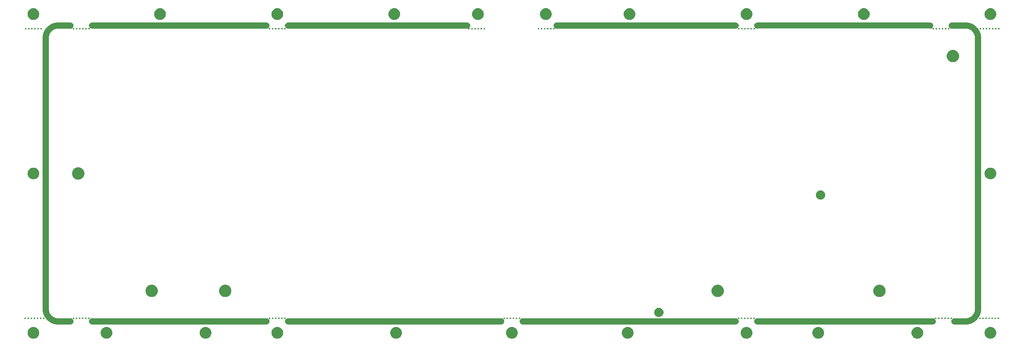
<source format=gbr>
%FSTAX23Y23*%
%MOIN*%
%SFA1B1*%

%IPPOS*%
%LNquadcube_65_pcb_npth_drill-1*%
%LPD*%
G36*
X16466Y05354D02*
X16387D01*
Y08819*
X16466*
Y05354*
G37*
G36*
X04576D02*
X04498D01*
Y08819*
X04576*
Y05354*
G37*
G36*
X16125Y05157D02*
X16269D01*
Y05236*
X16125*
Y05157*
G37*
G36*
X16092Y08937D02*
X16269D01*
Y09016*
X16092*
Y08937*
G37*
G36*
X13612Y05157D02*
X1585D01*
Y05236*
X13612*
Y05157*
G37*
G36*
X1062D02*
X13336D01*
Y05236*
X1062*
Y05157*
G37*
G36*
X07627D02*
X10344D01*
Y05236*
X07627*
Y05157*
G37*
G36*
X05127D02*
X07352D01*
Y05236*
X05127*
Y05157*
G37*
G36*
X04694D02*
X04852D01*
Y05236*
X04694*
Y05157*
G37*
G36*
X15816Y08938D02*
Y09017D01*
X13609*
Y08938*
X15816*
G37*
G36*
X13336Y08937D02*
Y09016D01*
X11053*
Y08937*
X13336*
G37*
G36*
X09911D02*
Y09016D01*
X07627*
Y08937*
X09911*
G37*
G36*
X04694Y08937D02*
X04848D01*
Y09016*
X04694*
Y08937*
G37*
G36*
X07352Y08937D02*
Y09016D01*
X05127*
Y08937*
X07352*
G37*
G36*
X12296Y05311D02*
Y05306D01*
X12299Y05294*
X12303Y05283*
X1231Y05274*
X12318Y05266*
X12328Y05259*
X12338Y05255*
X1235Y05252*
X12356*
X12361*
X12373Y05255*
X12383Y05259*
X12393Y05266*
X12401Y05274*
X12408Y05283*
X12412Y05294*
X12415Y05306*
Y05311*
Y05317*
X12412Y05329*
X12408Y05339*
X12401Y05349*
X12393Y05357*
X12383Y05364*
X12373Y05368*
X12361Y05371*
X12356*
X1235*
X12338Y05368*
X12328Y05364*
X12318Y05357*
X1231Y05349*
X12303Y05339*
X12299Y05329*
X12296Y05317*
Y05311*
G37*
G36*
X15091Y05586D02*
Y05579D01*
X15094Y05564*
X151Y05549*
X15108Y05536*
X15119Y05525*
X15132Y05517*
X15146Y05511*
X15162Y05508*
X15169*
X15177*
X15192Y05511*
X15207Y05517*
X15219Y05525*
X1523Y05536*
X15239Y05549*
X15245Y05564*
X15248Y05579*
Y05586*
Y05594*
X15245Y05609*
X15239Y05624*
X1523Y05637*
X15219Y05648*
X15207Y05656*
X15192Y05662*
X15177Y05665*
X15169*
X15162*
X15146Y05662*
X15132Y05656*
X15119Y05648*
X15108Y05637*
X151Y05624*
X15094Y05609*
X15091Y05594*
Y05586*
G37*
G36*
X13028D02*
Y05579D01*
X13031Y05564*
X13037Y05549*
X13046Y05536*
X13057Y05525*
X13069Y05517*
X13084Y05511*
X13099Y05508*
X13107*
X13115*
X1313Y05511*
X13144Y05517*
X13157Y05525*
X13168Y05536*
X13177Y05549*
X13182Y05564*
X13186Y05579*
Y05586*
Y05594*
X13182Y05609*
X13177Y05624*
X13168Y05637*
X13157Y05648*
X13144Y05656*
X1313Y05662*
X13115Y05665*
X13107*
X13099*
X13084Y05662*
X13069Y05656*
X13057Y05648*
X13046Y05637*
X13037Y05624*
X13031Y05609*
X13028Y05594*
Y05586*
G37*
G36*
X06747D02*
Y05579D01*
X0675Y05564*
X06756Y05549*
X06764Y05536*
X06775Y05525*
X06788Y05517*
X06803Y05511*
X06818Y05508*
X06826*
X06833*
X06848Y05511*
X06863Y05517*
X06876Y05525*
X06887Y05536*
X06895Y05549*
X06901Y05564*
X06904Y05579*
Y05586*
Y05594*
X06901Y05609*
X06895Y05624*
X06887Y05637*
X06876Y05648*
X06863Y05656*
X06848Y05662*
X06833Y05665*
X06826*
X06818*
X06803Y05662*
X06788Y05656*
X06775Y05648*
X06764Y05637*
X06756Y05624*
X0675Y05609*
X06747Y05594*
Y05586*
G37*
G36*
X05809D02*
Y05579D01*
X05812Y05564*
X05818Y05549*
X05827Y05536*
X05838Y05525*
X05851Y05517*
X05865Y05511*
X0588Y05508*
X05888*
X05896*
X05911Y05511*
X05925Y05517*
X05938Y05525*
X05949Y05536*
X05958Y05549*
X05964Y05564*
X05967Y05579*
Y05586*
Y05594*
X05964Y05609*
X05958Y05624*
X05949Y05637*
X05938Y05648*
X05925Y05656*
X05911Y05662*
X05896Y05665*
X05888*
X0588*
X05865Y05662*
X05851Y05656*
X05838Y05648*
X05827Y05637*
X05818Y05624*
X05812Y05609*
X05809Y05594*
Y05586*
G37*
G36*
X14359Y06811D02*
Y06806D01*
X14361Y06794*
X14366Y06783*
X14372Y06774*
X1438Y06766*
X1439Y06759*
X14401Y06755*
X14412Y06752*
X14418*
X14424*
X14435Y06755*
X14446Y06759*
X14456Y06766*
X14464Y06774*
X1447Y06783*
X14475Y06794*
X14477Y06806*
Y06811*
Y06817*
X14475Y06829*
X1447Y06839*
X14464Y06849*
X14456Y06857*
X14446Y06864*
X14435Y06868*
X14424Y06871*
X14418*
X14412*
X14401Y06868*
X1439Y06864*
X1438Y06857*
X14372Y06849*
X14366Y06839*
X14361Y06829*
X14359Y06817*
Y06811*
G37*
G36*
X04951Y07008D02*
X04943D01*
X04928Y07011*
X04913Y07017*
X049Y07025*
X04889Y07036*
X04881Y07049*
X04875Y07063*
X04872Y07079*
Y07086*
Y07094*
X04875Y07109*
X04881Y07124*
X04889Y07137*
X049Y07148*
X04913Y07156*
X04928Y07162*
X04943Y07165*
X04951*
X04958*
X04974Y07162*
X04988Y07156*
X05001Y07148*
X05012Y07137*
X0502Y07124*
X05026Y07109*
X05029Y07094*
Y07086*
Y07079*
X05026Y07063*
X0502Y07049*
X05012Y07036*
X05001Y07025*
X04988Y07017*
X04974Y07011*
X04958Y07008*
X04951*
G37*
G36*
X04812Y05197D02*
Y05193D01*
X04814Y05185*
X04817Y05178*
X04821Y05172*
X04827Y05166*
X04833Y05162*
X0484Y05159*
X04848Y05157*
X04852*
X04856*
X04863Y05159*
X04871Y05162*
X04877Y05166*
X04882Y05172*
X04887Y05178*
X0489Y05185*
X04891Y05193*
Y05197*
Y05201*
X0489Y05208*
X04887Y05215*
X04882Y05222*
X04877Y05227*
X04871Y05232*
X04863Y05235*
X04856Y05236*
X04852*
X04848*
X0484Y05235*
X04833Y05232*
X04827Y05227*
X04821Y05222*
X04817Y05215*
X04814Y05208*
X04812Y05201*
Y05197*
G37*
G36*
X05088D02*
Y05193D01*
X0509Y05185*
X05093Y05178*
X05097Y05172*
X05102Y05166*
X05109Y05162*
X05116Y05159*
X05124Y05157*
X05127*
X05131*
X05139Y05159*
X05146Y05162*
X05153Y05166*
X05158Y05172*
X05162Y05178*
X05165Y05185*
X05167Y05193*
Y05197*
Y05201*
X05165Y05208*
X05162Y05215*
X05158Y05222*
X05153Y05227*
X05146Y05232*
X05139Y05235*
X05131Y05236*
X05127*
X05124*
X05116Y05235*
X05109Y05232*
X05102Y05227*
X05097Y05222*
X05093Y05215*
X0509Y05208*
X05088Y05201*
Y05197*
G37*
G36*
X07312D02*
Y05193D01*
X07314Y05185*
X07317Y05178*
X07321Y05172*
X07327Y05166*
X07333Y05162*
X0734Y05159*
X07348Y05157*
X07352*
X07356*
X07363Y05159*
X07371Y05162*
X07377Y05166*
X07382Y05172*
X07387Y05178*
X0739Y05185*
X07391Y05193*
Y05197*
Y05201*
X0739Y05208*
X07387Y05215*
X07382Y05222*
X07377Y05227*
X07371Y05232*
X07363Y05235*
X07356Y05236*
X07352*
X07348*
X0734Y05235*
X07333Y05232*
X07327Y05227*
X07321Y05222*
X07317Y05215*
X07314Y05208*
X07312Y05201*
Y05197*
G37*
G36*
X07588D02*
Y05193D01*
X0759Y05185*
X07593Y05178*
X07597Y05172*
X07602Y05166*
X07609Y05162*
X07616Y05159*
X07624Y05157*
X07627*
X07631*
X07639Y05159*
X07646Y05162*
X07653Y05166*
X07658Y05172*
X07662Y05178*
X07665Y05185*
X07667Y05193*
Y05197*
Y05201*
X07665Y05208*
X07662Y05215*
X07658Y05222*
X07653Y05227*
X07646Y05232*
X07639Y05235*
X07631Y05236*
X07627*
X07624*
X07616Y05235*
X07609Y05232*
X07602Y05227*
X07597Y05222*
X07593Y05215*
X0759Y05208*
X07588Y05201*
Y05197*
G37*
G36*
X10305D02*
Y05193D01*
X10306Y05185*
X10309Y05178*
X10313Y05172*
X10319Y05166*
X10325Y05162*
X10333Y05159*
X1034Y05157*
X10344*
X10348*
X10355Y05159*
X10363Y05162*
X10369Y05166*
X10375Y05172*
X10379Y05178*
X10382Y05185*
X10383Y05193*
Y05197*
Y05201*
X10382Y05208*
X10379Y05215*
X10375Y05222*
X10369Y05227*
X10363Y05232*
X10355Y05235*
X10348Y05236*
X10344*
X1034*
X10333Y05235*
X10325Y05232*
X10319Y05227*
X10313Y05222*
X10309Y05215*
X10306Y05208*
X10305Y05201*
Y05197*
G37*
G36*
X1058D02*
Y05193D01*
X10582Y05185*
X10585Y05178*
X10589Y05172*
X10594Y05166*
X10601Y05162*
X10608Y05159*
X10616Y05157*
X1062*
X10623*
X10631Y05159*
X10638Y05162*
X10645Y05166*
X1065Y05172*
X10654Y05178*
X10657Y05185*
X10659Y05193*
Y05197*
Y05201*
X10657Y05208*
X10654Y05215*
X1065Y05222*
X10645Y05227*
X10638Y05232*
X10631Y05235*
X10623Y05236*
X1062*
X10616*
X10608Y05235*
X10601Y05232*
X10594Y05227*
X10589Y05222*
X10585Y05215*
X10582Y05208*
X1058Y05201*
Y05197*
G37*
G36*
X13297D02*
Y05193D01*
X13298Y05185*
X13301Y05178*
X13306Y05172*
X13311Y05166*
X13317Y05162*
X13325Y05159*
X13332Y05157*
X13336*
X1334*
X13348Y05159*
X13355Y05162*
X13361Y05166*
X13367Y05172*
X13371Y05178*
X13374Y05185*
X13375Y05193*
Y05197*
Y05201*
X13374Y05208*
X13371Y05215*
X13367Y05222*
X13361Y05227*
X13355Y05232*
X13348Y05235*
X1334Y05236*
X13336*
X13332*
X13325Y05235*
X13317Y05232*
X13311Y05227*
X13306Y05222*
X13301Y05215*
X13298Y05208*
X13297Y05201*
Y05197*
G37*
G36*
X13572D02*
Y05193D01*
X13574Y05185*
X13577Y05178*
X13581Y05172*
X13587Y05166*
X13593Y05162*
X136Y05159*
X13608Y05157*
X13612*
X13616*
X13623Y05159*
X1363Y05162*
X13637Y05166*
X13642Y05172*
X13647Y05178*
X1365Y05185*
X13651Y05193*
Y05197*
Y05201*
X1365Y05208*
X13647Y05215*
X13642Y05222*
X13637Y05227*
X1363Y05232*
X13623Y05235*
X13616Y05236*
X13612*
X13608*
X136Y05235*
X13593Y05232*
X13587Y05227*
X13581Y05222*
X13577Y05215*
X13574Y05208*
X13572Y05201*
Y05197*
G37*
G36*
X15811D02*
Y05193D01*
X15812Y05185*
X15815Y05178*
X15819Y05172*
X15825Y05166*
X15831Y05162*
X15838Y05159*
X15846Y05157*
X1585*
X15854*
X15861Y05159*
X15869Y05162*
X15875Y05166*
X1588Y05172*
X15885Y05178*
X15888Y05185*
X15889Y05193*
Y05197*
Y05201*
X15888Y05208*
X15885Y05215*
X1588Y05222*
X15875Y05227*
X15869Y05232*
X15861Y05235*
X15854Y05236*
X1585*
X15846*
X15838Y05235*
X15831Y05232*
X15825Y05227*
X15819Y05222*
X15815Y05215*
X15812Y05208*
X15811Y05201*
Y05197*
G37*
G36*
X16086D02*
Y05193D01*
X16088Y05185*
X16091Y05178*
X16095Y05172*
X161Y05166*
X16107Y05162*
X16114Y05159*
X16122Y05157*
X16125*
X16129*
X16137Y05159*
X16144Y05162*
X16151Y05166*
X16156Y05172*
X1616Y05178*
X16163Y05185*
X16165Y05193*
Y05197*
Y05201*
X16163Y05208*
X1616Y05215*
X16156Y05222*
X16151Y05227*
X16144Y05232*
X16137Y05235*
X16129Y05236*
X16125*
X16122*
X16114Y05235*
X16107Y05232*
X161Y05227*
X16095Y05222*
X16091Y05215*
X16088Y05208*
X16086Y05201*
Y05197*
G37*
G36*
X16053Y08976D02*
Y08972D01*
X16054Y08965*
X16057Y08958*
X16061Y08951*
X16067Y08946*
X16073Y08941*
X16081Y08938*
X16088Y08937*
X16092*
X16096*
X16104Y08938*
X16111Y08941*
X16117Y08946*
X16123Y08951*
X16127Y08958*
X1613Y08965*
X16131Y08972*
Y08976*
Y0898*
X1613Y08988*
X16127Y08995*
X16123Y09001*
X16117Y09007*
X16111Y09011*
X16104Y09014*
X16096Y09016*
X16092*
X16088*
X16081Y09014*
X16073Y09011*
X16067Y09007*
X16061Y09001*
X16057Y08995*
X16054Y08988*
X16053Y0898*
Y08976*
G37*
G36*
X15777D02*
Y08972D01*
X15779Y08965*
X15782Y08958*
X15786Y08951*
X15791Y08946*
X15798Y08941*
X15805Y08938*
X15813Y08937*
X15816*
X1582*
X15828Y08938*
X15835Y08941*
X15842Y08946*
X15847Y08951*
X15851Y08958*
X15854Y08965*
X15856Y08972*
Y08976*
Y0898*
X15854Y08988*
X15851Y08995*
X15847Y09001*
X15842Y09007*
X15835Y09011*
X15828Y09014*
X1582Y09016*
X15816*
X15813*
X15805Y09014*
X15798Y09011*
X15791Y09007*
X15786Y09001*
X15782Y08995*
X15779Y08988*
X15777Y0898*
Y08976*
G37*
G36*
X13572D02*
Y08972D01*
X13574Y08965*
X13577Y08958*
X13581Y08951*
X13587Y08946*
X13593Y08941*
X136Y08938*
X13608Y08937*
X13612*
X13616*
X13623Y08938*
X1363Y08941*
X13637Y08946*
X13642Y08951*
X13647Y08958*
X1365Y08965*
X13651Y08972*
Y08976*
Y0898*
X1365Y08988*
X13647Y08995*
X13642Y09001*
X13637Y09007*
X1363Y09011*
X13623Y09014*
X13616Y09016*
X13612*
X13608*
X136Y09014*
X13593Y09011*
X13587Y09007*
X13581Y09001*
X13577Y08995*
X13574Y08988*
X13572Y0898*
Y08976*
G37*
G36*
X13297Y08976D02*
Y08972D01*
X13298Y08965*
X13301Y08958*
X13306Y08951*
X13311Y08946*
X13317Y08941*
X13325Y08938*
X13332Y08937*
X13336*
X1334*
X13348Y08938*
X13355Y08941*
X13361Y08946*
X13367Y08951*
X13371Y08958*
X13374Y08965*
X13375Y08972*
Y08976*
Y0898*
X13374Y08988*
X13371Y08995*
X13367Y09001*
X13361Y09007*
X13355Y09011*
X13348Y09014*
X1334Y09016*
X13336*
X13332*
X13325Y09014*
X13317Y09011*
X13311Y09007*
X13306Y09001*
X13301Y08995*
X13298Y08988*
X13297Y0898*
Y08976*
G37*
G36*
X11013D02*
Y08972D01*
X11015Y08965*
X11018Y08958*
X11022Y08951*
X11028Y08946*
X11034Y08941*
X11041Y08938*
X11049Y08937*
X11053*
X11057*
X11064Y08938*
X11071Y08941*
X11078Y08946*
X11083Y08951*
X11088Y08958*
X11091Y08965*
X11092Y08972*
Y08976*
Y0898*
X11091Y08988*
X11088Y08995*
X11083Y09001*
X11078Y09007*
X11071Y09011*
X11064Y09014*
X11057Y09016*
X11053*
X11049*
X11041Y09014*
X11034Y09011*
X11028Y09007*
X11022Y09001*
X11018Y08995*
X11015Y08988*
X11013Y0898*
Y08976*
G37*
G36*
X04274Y05227D02*
X04272D01*
X04269Y05228*
X04266Y05231*
X04264Y05235*
Y05237*
Y05239*
X04266Y05242*
X04269Y05245*
X04272Y05247*
X04274*
X04276*
X0428Y05245*
X04282Y05242*
X04284Y05239*
Y05237*
Y05235*
X04282Y05231*
X0428Y05228*
X04276Y05227*
X04274*
G37*
G36*
X04313D02*
X04312D01*
X04308Y05228*
X04305Y05231*
X04304Y05235*
Y05237*
Y05239*
X04305Y05242*
X04308Y05245*
X04312Y05247*
X04313*
X04315*
X04319Y05245*
X04322Y05242*
X04323Y05239*
Y05237*
Y05235*
X04322Y05231*
X04319Y05228*
X04315Y05227*
X04313*
G37*
G36*
X04392D02*
X0439D01*
X04387Y05228*
X04384Y05231*
X04382Y05235*
Y05237*
Y05239*
X04384Y05242*
X04387Y05245*
X0439Y05247*
X04392*
X04394*
X04398Y05245*
X04401Y05242*
X04402Y05239*
Y05237*
Y05235*
X04401Y05231*
X04398Y05228*
X04394Y05227*
X04392*
G37*
G36*
X04353D02*
X04351D01*
X04347Y05228*
X04345Y05231*
X04343Y05235*
Y05237*
Y05239*
X04345Y05242*
X04347Y05245*
X04351Y05247*
X04353*
X04355*
X04358Y05245*
X04361Y05242*
X04363Y05239*
Y05237*
Y05235*
X04361Y05231*
X04358Y05228*
X04355Y05227*
X04353*
G37*
G36*
X04432D02*
X0443D01*
X04426Y05228*
X04423Y05231*
X04422Y05235*
Y05237*
Y05239*
X04423Y05242*
X04426Y05245*
X0443Y05247*
X04432*
X04434*
X04437Y05245*
X0444Y05242*
X04441Y05239*
Y05237*
Y05235*
X0444Y05231*
X04437Y05228*
X04434Y05227*
X04432*
G37*
G36*
X0451D02*
X04508D01*
X04505Y05228*
X04502Y05231*
X045Y05235*
Y05237*
Y05239*
X04502Y05242*
X04505Y05245*
X04508Y05247*
X0451*
X04512*
X04516Y05245*
X04519Y05242*
X0452Y05239*
Y05237*
Y05235*
X04519Y05231*
X04516Y05228*
X04512Y05227*
X0451*
G37*
G36*
X04471D02*
X04469D01*
X04465Y05228*
X04463Y05231*
X04461Y05235*
Y05237*
Y05239*
X04463Y05242*
X04465Y05245*
X04469Y05247*
X04471*
X04473*
X04477Y05245*
X04479Y05242*
X04481Y05239*
Y05237*
Y05235*
X04479Y05231*
X04477Y05228*
X04473Y05227*
X04471*
G37*
G36*
X0489D02*
X04888D01*
X04885Y05228*
X04882Y05231*
X0488Y05235*
Y05237*
Y05239*
X04882Y05242*
X04885Y05245*
X04888Y05247*
X0489*
X04892*
X04896Y05245*
X04899Y05242*
X049Y05239*
Y05237*
Y05235*
X04899Y05231*
X04896Y05228*
X04892Y05227*
X0489*
G37*
G36*
X0493D02*
X04928D01*
X04924Y05228*
X04921Y05231*
X0492Y05235*
Y05237*
Y05239*
X04921Y05242*
X04924Y05245*
X04928Y05247*
X0493*
X04932*
X04935Y05245*
X04938Y05242*
X04939Y05239*
Y05237*
Y05235*
X04938Y05231*
X04935Y05228*
X04932Y05227*
X0493*
G37*
G36*
X05008D02*
X05006D01*
X05003Y05228*
X05Y05231*
X04999Y05235*
Y05237*
Y05239*
X05Y05242*
X05003Y05245*
X05006Y05247*
X05008*
X0501*
X05014Y05245*
X05017Y05242*
X05018Y05239*
Y05237*
Y05235*
X05017Y05231*
X05014Y05228*
X0501Y05227*
X05008*
G37*
G36*
X04969D02*
X04967D01*
X04963Y05228*
X04961Y05231*
X04959Y05235*
Y05237*
Y05239*
X04961Y05242*
X04963Y05245*
X04967Y05247*
X04969*
X04971*
X04975Y05245*
X04977Y05242*
X04979Y05239*
Y05237*
Y05235*
X04977Y05231*
X04975Y05228*
X04971Y05227*
X04969*
G37*
G36*
X05048D02*
X05046D01*
X05042Y05228*
X05039Y05231*
X05038Y05235*
Y05237*
Y05239*
X05039Y05242*
X05042Y05245*
X05046Y05247*
X05048*
X0505*
X05053Y05245*
X05056Y05242*
X05058Y05239*
Y05237*
Y05235*
X05056Y05231*
X05053Y05228*
X0505Y05227*
X05048*
G37*
G36*
X05087D02*
X05085D01*
X05082Y05228*
X05079Y05231*
X05077Y05235*
Y05237*
Y05239*
X05079Y05242*
X05082Y05245*
X05085Y05247*
X05087*
X05089*
X05093Y05245*
X05095Y05242*
X05097Y05239*
Y05237*
Y05235*
X05095Y05231*
X05093Y05228*
X05089Y05227*
X05087*
G37*
G36*
X07391D02*
X07389D01*
X07386Y05228*
X07383Y05231*
X07381Y05235*
Y05237*
Y05239*
X07383Y05242*
X07386Y05245*
X07389Y05247*
X07391*
X07393*
X07397Y05245*
X074Y05242*
X07401Y05239*
Y05237*
Y05235*
X074Y05231*
X07397Y05228*
X07393Y05227*
X07391*
G37*
G36*
X07431D02*
X07429D01*
X07425Y05228*
X07422Y05231*
X07421Y05235*
Y05237*
Y05239*
X07422Y05242*
X07425Y05245*
X07429Y05247*
X07431*
X07433*
X07436Y05245*
X07439Y05242*
X0744Y05239*
Y05237*
Y05235*
X07439Y05231*
X07436Y05228*
X07433Y05227*
X07431*
G37*
G36*
X07509D02*
X07507D01*
X07504Y05228*
X07501Y05231*
X075Y05235*
Y05237*
Y05239*
X07501Y05242*
X07504Y05245*
X07507Y05247*
X07509*
X07511*
X07515Y05245*
X07518Y05242*
X07519Y05239*
Y05237*
Y05235*
X07518Y05231*
X07515Y05228*
X07511Y05227*
X07509*
G37*
G36*
X0747D02*
X07468D01*
X07464Y05228*
X07462Y05231*
X0746Y05235*
Y05237*
Y05239*
X07462Y05242*
X07464Y05245*
X07468Y05247*
X0747*
X07472*
X07476Y05245*
X07478Y05242*
X0748Y05239*
Y05237*
Y05235*
X07478Y05231*
X07476Y05228*
X07472Y05227*
X0747*
G37*
G36*
X07549D02*
X07547D01*
X07543Y05228*
X0754Y05231*
X07539Y05235*
Y05237*
Y05239*
X0754Y05242*
X07543Y05245*
X07547Y05247*
X07549*
X07551*
X07554Y05245*
X07557Y05242*
X07559Y05239*
Y05237*
Y05235*
X07557Y05231*
X07554Y05228*
X07551Y05227*
X07549*
G37*
G36*
X07588D02*
X07586D01*
X07583Y05228*
X0758Y05231*
X07578Y05235*
Y05237*
Y05239*
X0758Y05242*
X07583Y05245*
X07586Y05247*
X07588*
X0759*
X07594Y05245*
X07596Y05242*
X07598Y05239*
Y05237*
Y05235*
X07596Y05231*
X07594Y05228*
X0759Y05227*
X07588*
G37*
G36*
X10383D02*
X10381D01*
X10378Y05228*
X10375Y05231*
X10374Y05235*
Y05237*
Y05239*
X10375Y05242*
X10378Y05245*
X10381Y05247*
X10383*
X10385*
X10389Y05245*
X10392Y05242*
X10393Y05239*
Y05237*
Y05235*
X10392Y05231*
X10389Y05228*
X10385Y05227*
X10383*
G37*
G36*
X10423D02*
X10421D01*
X10417Y05228*
X10414Y05231*
X10413Y05235*
Y05237*
Y05239*
X10414Y05242*
X10417Y05245*
X10421Y05247*
X10423*
X10425*
X10428Y05245*
X10431Y05242*
X10433Y05239*
Y05237*
Y05235*
X10431Y05231*
X10428Y05228*
X10425Y05227*
X10423*
G37*
G36*
X10501D02*
X105D01*
X10496Y05228*
X10493Y05231*
X10492Y05235*
Y05237*
Y05239*
X10493Y05242*
X10496Y05245*
X105Y05247*
X10501*
X10503*
X10507Y05245*
X1051Y05242*
X10511Y05239*
Y05237*
Y05235*
X1051Y05231*
X10507Y05228*
X10503Y05227*
X10501*
G37*
G36*
X10462D02*
X1046D01*
X10457Y05228*
X10454Y05231*
X10452Y05235*
Y05237*
Y05239*
X10454Y05242*
X10457Y05245*
X1046Y05247*
X10462*
X10464*
X10468Y05245*
X1047Y05242*
X10472Y05239*
Y05237*
Y05235*
X1047Y05231*
X10468Y05228*
X10464Y05227*
X10462*
G37*
G36*
X10541D02*
X10539D01*
X10535Y05228*
X10532Y05231*
X10531Y05235*
Y05237*
Y05239*
X10532Y05242*
X10535Y05245*
X10539Y05247*
X10541*
X10543*
X10546Y05245*
X10549Y05242*
X10551Y05239*
Y05237*
Y05235*
X10549Y05231*
X10546Y05228*
X10543Y05227*
X10541*
G37*
G36*
X1058D02*
X10578D01*
X10575Y05228*
X10572Y05231*
X1057Y05235*
Y05237*
Y05239*
X10572Y05242*
X10575Y05245*
X10578Y05247*
X1058*
X10582*
X10586Y05245*
X10589Y05242*
X1059Y05239*
Y05237*
Y05235*
X10589Y05231*
X10586Y05228*
X10582Y05227*
X1058*
G37*
G36*
X13374D02*
X13372D01*
X13368Y05228*
X13365Y05231*
X13364Y05235*
Y05237*
Y05239*
X13365Y05242*
X13368Y05245*
X13372Y05247*
X13374*
X13375*
X13379Y05245*
X13382Y05242*
X13383Y05239*
Y05237*
Y05235*
X13382Y05231*
X13379Y05228*
X13375Y05227*
X13374*
G37*
G36*
X13413D02*
X13411D01*
X13407Y05228*
X13405Y05231*
X13403Y05235*
Y05237*
Y05239*
X13405Y05242*
X13407Y05245*
X13411Y05247*
X13413*
X13415*
X13418Y05245*
X13421Y05242*
X13423Y05239*
Y05237*
Y05235*
X13421Y05231*
X13418Y05228*
X13415Y05227*
X13413*
G37*
G36*
X13492D02*
X1349D01*
X13486Y05228*
X13483Y05231*
X13482Y05235*
Y05237*
Y05239*
X13483Y05242*
X13486Y05245*
X1349Y05247*
X13492*
X13494*
X13497Y05245*
X135Y05242*
X13501Y05239*
Y05237*
Y05235*
X135Y05231*
X13497Y05228*
X13494Y05227*
X13492*
G37*
G36*
X13452D02*
X1345D01*
X13447Y05228*
X13444Y05231*
X13442Y05235*
Y05237*
Y05239*
X13444Y05242*
X13447Y05245*
X1345Y05247*
X13452*
X13454*
X13458Y05245*
X13461Y05242*
X13462Y05239*
Y05237*
Y05235*
X13461Y05231*
X13458Y05228*
X13454Y05227*
X13452*
G37*
G36*
X13531D02*
X13529D01*
X13525Y05228*
X13523Y05231*
X13521Y05235*
Y05237*
Y05239*
X13523Y05242*
X13525Y05245*
X13529Y05247*
X13531*
X13533*
X13537Y05245*
X13539Y05242*
X13541Y05239*
Y05237*
Y05235*
X13539Y05231*
X13537Y05228*
X13533Y05227*
X13531*
G37*
G36*
X1357D02*
X13568D01*
X13565Y05228*
X13562Y05231*
X13561Y05235*
Y05237*
Y05239*
X13562Y05242*
X13565Y05245*
X13568Y05247*
X1357*
X13572*
X13576Y05245*
X13579Y05242*
X1358Y05239*
Y05237*
Y05235*
X13579Y05231*
X13576Y05228*
X13572Y05227*
X1357*
G37*
G36*
X15888D02*
X15886D01*
X15883Y05228*
X1588Y05231*
X15878Y05235*
Y05237*
Y05239*
X1588Y05242*
X15883Y05245*
X15886Y05247*
X15888*
X1589*
X15894Y05245*
X15897Y05242*
X15898Y05239*
Y05237*
Y05235*
X15897Y05231*
X15894Y05228*
X1589Y05227*
X15888*
G37*
G36*
X15928D02*
X15926D01*
X15922Y05228*
X15919Y05231*
X15918Y05235*
Y05237*
Y05239*
X15919Y05242*
X15922Y05245*
X15926Y05247*
X15928*
X1593*
X15933Y05245*
X15936Y05242*
X15937Y05239*
Y05237*
Y05235*
X15936Y05231*
X15933Y05228*
X1593Y05227*
X15928*
G37*
G36*
X16006D02*
X16004D01*
X16001Y05228*
X15998Y05231*
X15997Y05235*
Y05237*
Y05239*
X15998Y05242*
X16001Y05245*
X16004Y05247*
X16006*
X16008*
X16012Y05245*
X16015Y05242*
X16016Y05239*
Y05237*
Y05235*
X16015Y05231*
X16012Y05228*
X16008Y05227*
X16006*
G37*
G36*
X15967D02*
X15965D01*
X15961Y05228*
X15959Y05231*
X15957Y05235*
Y05237*
Y05239*
X15959Y05242*
X15961Y05245*
X15965Y05247*
X15967*
X15969*
X15973Y05245*
X15975Y05242*
X15977Y05239*
Y05237*
Y05235*
X15975Y05231*
X15973Y05228*
X15969Y05227*
X15967*
G37*
G36*
X16046D02*
X16044D01*
X1604Y05228*
X16037Y05231*
X16036Y05235*
Y05237*
Y05239*
X16037Y05242*
X1604Y05245*
X16044Y05247*
X16046*
X16048*
X16051Y05245*
X16054Y05242*
X16056Y05239*
Y05237*
Y05235*
X16054Y05231*
X16051Y05228*
X16048Y05227*
X16046*
G37*
G36*
X16085D02*
X16083D01*
X1608Y05228*
X16077Y05231*
X16075Y05235*
Y05237*
Y05239*
X16077Y05242*
X1608Y05245*
X16083Y05247*
X16085*
X16087*
X16091Y05245*
X16093Y05242*
X16095Y05239*
Y05237*
Y05235*
X16093Y05231*
X16091Y05228*
X16087Y05227*
X16085*
G37*
G36*
X1649Y05227D02*
X16488D01*
X16484Y05228*
X16481Y05231*
X1648Y05235*
Y05237*
Y05239*
X16481Y05242*
X16484Y05245*
X16488Y05247*
X1649*
X16492*
X16495Y05245*
X16498Y05242*
X165Y05239*
Y05237*
Y05235*
X16498Y05231*
X16495Y05228*
X16492Y05227*
X1649*
G37*
G36*
X1645D02*
X16448D01*
X16445Y05228*
X16442Y05231*
X1644Y05235*
Y05237*
Y05239*
X16442Y05242*
X16445Y05245*
X16448Y05247*
X1645*
X16452*
X16456Y05245*
X16459Y05242*
X1646Y05239*
Y05237*
Y05235*
X16459Y05231*
X16456Y05228*
X16452Y05227*
X1645*
G37*
G36*
X16647D02*
X16645D01*
X16642Y05228*
X16639Y05231*
X16637Y05235*
Y05237*
Y05239*
X16639Y05242*
X16642Y05245*
X16645Y05247*
X16647*
X16649*
X16653Y05245*
X16655Y05242*
X16657Y05239*
Y05237*
Y05235*
X16655Y05231*
X16653Y05228*
X16649Y05227*
X16647*
G37*
G36*
X16529D02*
X16527D01*
X16523Y05228*
X16521Y05231*
X16519Y05235*
Y05237*
Y05239*
X16521Y05242*
X16523Y05245*
X16527Y05247*
X16529*
X16531*
X16535Y05245*
X16537Y05242*
X16539Y05239*
Y05237*
Y05235*
X16537Y05231*
X16535Y05228*
X16531Y05227*
X16529*
G37*
G36*
X16687D02*
X16685D01*
X16681Y05228*
X16678Y05231*
X16677Y05235*
Y05237*
Y05239*
X16678Y05242*
X16681Y05245*
X16685Y05247*
X16687*
X16688*
X16692Y05245*
X16695Y05242*
X16696Y05239*
Y05237*
Y05235*
X16695Y05231*
X16692Y05228*
X16688Y05227*
X16687*
G37*
G36*
X16608D02*
X16606D01*
X16602Y05228*
X16599Y05231*
X16598Y05235*
Y05237*
Y05239*
X16599Y05242*
X16602Y05245*
X16606Y05247*
X16608*
X1661*
X16613Y05245*
X16616Y05242*
X16618Y05239*
Y05237*
Y05235*
X16616Y05231*
X16613Y05228*
X1661Y05227*
X16608*
G37*
G36*
X16568D02*
X16566D01*
X16563Y05228*
X1656Y05231*
X16559Y05235*
Y05237*
Y05239*
X1656Y05242*
X16563Y05245*
X16566Y05247*
X16568*
X1657*
X16574Y05245*
X16577Y05242*
X16578Y05239*
Y05237*
Y05235*
X16577Y05231*
X16574Y05228*
X1657Y05227*
X16568*
G37*
G36*
X16496Y08927D02*
X16494D01*
X1649Y08928*
X16487Y08931*
X16486Y08935*
Y08936*
Y08938*
X16487Y08942*
X1649Y08945*
X16494Y08946*
X16496*
X16498*
X16501Y08945*
X16504Y08942*
X16505Y08938*
Y08936*
Y08935*
X16504Y08931*
X16501Y08928*
X16498Y08927*
X16496*
G37*
G36*
X16456D02*
X16454D01*
X16451Y08928*
X16448Y08931*
X16446Y08935*
Y08936*
Y08938*
X16448Y08942*
X16451Y08945*
X16454Y08946*
X16456*
X16458*
X16462Y08945*
X16465Y08942*
X16466Y08938*
Y08936*
Y08935*
X16465Y08931*
X16462Y08928*
X16458Y08927*
X16456*
G37*
G36*
X16653D02*
X16651D01*
X16647Y08928*
X16645Y08931*
X16643Y08935*
Y08936*
Y08938*
X16645Y08942*
X16647Y08945*
X16651Y08946*
X16653*
X16655*
X16659Y08945*
X16661Y08942*
X16663Y08938*
Y08936*
Y08935*
X16661Y08931*
X16659Y08928*
X16655Y08927*
X16653*
G37*
G36*
X16535D02*
X16533D01*
X16529Y08928*
X16527Y08931*
X16525Y08935*
Y08936*
Y08938*
X16527Y08942*
X16529Y08945*
X16533Y08946*
X16535*
X16537*
X16541Y08945*
X16543Y08942*
X16545Y08938*
Y08936*
Y08935*
X16543Y08931*
X16541Y08928*
X16537Y08927*
X16535*
G37*
G36*
X16692D02*
X1669D01*
X16687Y08928*
X16684Y08931*
X16683Y08935*
Y08936*
Y08938*
X16684Y08942*
X16687Y08945*
X1669Y08946*
X16692*
X16694*
X16698Y08945*
X16701Y08942*
X16702Y08938*
Y08936*
Y08935*
X16701Y08931*
X16698Y08928*
X16694Y08927*
X16692*
G37*
G36*
X16614D02*
X16612D01*
X16608Y08928*
X16605Y08931*
X16604Y08935*
Y08936*
Y08938*
X16605Y08942*
X16608Y08945*
X16612Y08946*
X16614*
X16616*
X16619Y08945*
X16622Y08942*
X16624Y08938*
Y08936*
Y08935*
X16622Y08931*
X16619Y08928*
X16616Y08927*
X16614*
G37*
G36*
X16574D02*
X16572D01*
X16569Y08928*
X16566Y08931*
X16564Y08935*
Y08936*
Y08938*
X16566Y08942*
X16569Y08945*
X16572Y08946*
X16574*
X16576*
X1658Y08945*
X16583Y08942*
X16584Y08938*
Y08936*
Y08935*
X16583Y08931*
X1658Y08928*
X16576Y08927*
X16574*
G37*
G36*
X15856Y08927D02*
X15854D01*
X1585Y08928*
X15847Y08931*
X15846Y08935*
Y08937*
Y08938*
X15847Y08942*
X1585Y08945*
X15854Y08946*
X15856*
X15858*
X15861Y08945*
X15864Y08942*
X15866Y08938*
Y08937*
Y08935*
X15864Y08931*
X15861Y08928*
X15858Y08927*
X15856*
G37*
G36*
X15895D02*
X15893D01*
X1589Y08928*
X15887Y08931*
X15885Y08935*
Y08937*
Y08938*
X15887Y08942*
X1589Y08945*
X15893Y08946*
X15895*
X15897*
X15901Y08945*
X15904Y08942*
X15905Y08938*
Y08937*
Y08935*
X15904Y08931*
X15901Y08928*
X15897Y08927*
X15895*
G37*
G36*
X15974D02*
X15972D01*
X15968Y08928*
X15966Y08931*
X15964Y08935*
Y08937*
Y08938*
X15966Y08942*
X15968Y08945*
X15972Y08946*
X15974*
X15976*
X15979Y08945*
X15982Y08942*
X15984Y08938*
Y08937*
Y08935*
X15982Y08931*
X15979Y08928*
X15976Y08927*
X15974*
G37*
G36*
X15935D02*
X15933D01*
X15929Y08928*
X15926Y08931*
X15925Y08935*
Y08937*
Y08938*
X15926Y08942*
X15929Y08945*
X15933Y08946*
X15935*
X15936*
X1594Y08945*
X15943Y08942*
X15944Y08938*
Y08937*
Y08935*
X15943Y08931*
X1594Y08928*
X15936Y08927*
X15935*
G37*
G36*
X16013D02*
X16011D01*
X16008Y08928*
X16005Y08931*
X16003Y08935*
Y08937*
Y08938*
X16005Y08942*
X16008Y08945*
X16011Y08946*
X16013*
X16015*
X16019Y08945*
X16022Y08942*
X16023Y08938*
Y08937*
Y08935*
X16022Y08931*
X16019Y08928*
X16015Y08927*
X16013*
G37*
G36*
X16053D02*
X16051D01*
X16047Y08928*
X16044Y08931*
X16043Y08935*
Y08937*
Y08938*
X16044Y08942*
X16047Y08945*
X16051Y08946*
X16053*
X16055*
X16058Y08945*
X16061Y08942*
X16062Y08938*
Y08937*
Y08935*
X16061Y08931*
X16058Y08928*
X16055Y08927*
X16053*
G37*
G36*
X13375Y08927D02*
X13374D01*
X1337Y08928*
X13367Y08931*
X13366Y08935*
Y08936*
Y08938*
X13367Y08942*
X1337Y08945*
X13374Y08946*
X13375*
X13377*
X13381Y08945*
X13384Y08942*
X13385Y08938*
Y08936*
Y08935*
X13384Y08931*
X13381Y08928*
X13377Y08927*
X13375*
G37*
G36*
X13415D02*
X13413D01*
X13409Y08928*
X13407Y08931*
X13405Y08935*
Y08936*
Y08938*
X13407Y08942*
X13409Y08945*
X13413Y08946*
X13415*
X13417*
X1342Y08945*
X13423Y08942*
X13425Y08938*
Y08936*
Y08935*
X13423Y08931*
X1342Y08928*
X13417Y08927*
X13415*
G37*
G36*
X13494D02*
X13492D01*
X13488Y08928*
X13485Y08931*
X13484Y08935*
Y08936*
Y08938*
X13485Y08942*
X13488Y08945*
X13492Y08946*
X13494*
X13496*
X13499Y08945*
X13502Y08942*
X13503Y08938*
Y08936*
Y08935*
X13502Y08931*
X13499Y08928*
X13496Y08927*
X13494*
G37*
G36*
X13454D02*
X13452D01*
X13449Y08928*
X13446Y08931*
X13444Y08935*
Y08936*
Y08938*
X13446Y08942*
X13449Y08945*
X13452Y08946*
X13454*
X13456*
X1346Y08945*
X13463Y08942*
X13464Y08938*
Y08936*
Y08935*
X13463Y08931*
X1346Y08928*
X13456Y08927*
X13454*
G37*
G36*
X13533D02*
X13531D01*
X13527Y08928*
X13525Y08931*
X13523Y08935*
Y08936*
Y08938*
X13525Y08942*
X13527Y08945*
X13531Y08946*
X13533*
X13535*
X13539Y08945*
X13541Y08942*
X13543Y08938*
Y08936*
Y08935*
X13541Y08931*
X13539Y08928*
X13535Y08927*
X13533*
G37*
G36*
X13572D02*
X1357D01*
X13567Y08928*
X13564Y08931*
X13562Y08935*
Y08936*
Y08938*
X13564Y08942*
X13567Y08945*
X1357Y08946*
X13572*
X13574*
X13578Y08945*
X13581Y08942*
X13582Y08938*
Y08936*
Y08935*
X13581Y08931*
X13578Y08928*
X13574Y08927*
X13572*
G37*
G36*
X10821D02*
X10819D01*
X10816Y08928*
X10813Y08931*
X10812Y08935*
Y08936*
Y08938*
X10813Y08942*
X10816Y08945*
X10819Y08946*
X10821*
X10823*
X10827Y08945*
X1083Y08942*
X10831Y08938*
Y08936*
Y08935*
X1083Y08931*
X10827Y08928*
X10823Y08927*
X10821*
G37*
G36*
X10861D02*
X10859D01*
X10855Y08928*
X10852Y08931*
X10851Y08935*
Y08936*
Y08938*
X10852Y08942*
X10855Y08945*
X10859Y08946*
X10861*
X10863*
X10866Y08945*
X10869Y08942*
X10871Y08938*
Y08936*
Y08935*
X10869Y08931*
X10866Y08928*
X10863Y08927*
X10861*
G37*
G36*
X10939D02*
X10938D01*
X10934Y08928*
X10931Y08931*
X1093Y08935*
Y08936*
Y08938*
X10931Y08942*
X10934Y08945*
X10938Y08946*
X10939*
X10941*
X10945Y08945*
X10948Y08942*
X10949Y08938*
Y08936*
Y08935*
X10948Y08931*
X10945Y08928*
X10941Y08927*
X10939*
G37*
G36*
X109D02*
X10898D01*
X10895Y08928*
X10892Y08931*
X1089Y08935*
Y08936*
Y08938*
X10892Y08942*
X10895Y08945*
X10898Y08946*
X109*
X10902*
X10906Y08945*
X10908Y08942*
X1091Y08938*
Y08936*
Y08935*
X10908Y08931*
X10906Y08928*
X10902Y08927*
X109*
G37*
G36*
X10979D02*
X10977D01*
X10973Y08928*
X1097Y08931*
X10969Y08935*
Y08936*
Y08938*
X1097Y08942*
X10973Y08945*
X10977Y08946*
X10979*
X10981*
X10984Y08945*
X10987Y08942*
X10989Y08938*
Y08936*
Y08935*
X10987Y08931*
X10984Y08928*
X10981Y08927*
X10979*
G37*
G36*
X11018D02*
X11016D01*
X11013Y08928*
X1101Y08931*
X11008Y08935*
Y08936*
Y08938*
X1101Y08942*
X11013Y08945*
X11016Y08946*
X11018*
X1102*
X11024Y08945*
X11027Y08942*
X11028Y08938*
Y08936*
Y08935*
X11027Y08931*
X11024Y08928*
X1102Y08927*
X11018*
G37*
G36*
X09934D02*
X09932D01*
X09928Y08928*
X09925Y08931*
X09924Y08935*
Y08936*
Y08938*
X09925Y08942*
X09928Y08945*
X09932Y08946*
X09934*
X09936*
X09939Y08945*
X09942Y08942*
X09943Y08938*
Y08936*
Y08935*
X09942Y08931*
X09939Y08928*
X09936Y08927*
X09934*
G37*
G36*
X09973D02*
X09971D01*
X09967Y08928*
X09965Y08931*
X09963Y08935*
Y08936*
Y08938*
X09965Y08942*
X09967Y08945*
X09971Y08946*
X09973*
X09975*
X09979Y08945*
X09981Y08942*
X09983Y08938*
Y08936*
Y08935*
X09981Y08931*
X09979Y08928*
X09975Y08927*
X09973*
G37*
G36*
X10052D02*
X1005D01*
X10046Y08928*
X10043Y08931*
X10042Y08935*
Y08936*
Y08938*
X10043Y08942*
X10046Y08945*
X1005Y08946*
X10052*
X10054*
X10057Y08945*
X1006Y08942*
X10062Y08938*
Y08936*
Y08935*
X1006Y08931*
X10057Y08928*
X10054Y08927*
X10052*
G37*
G36*
X10012D02*
X1001D01*
X10007Y08928*
X10004Y08931*
X10002Y08935*
Y08936*
Y08938*
X10004Y08942*
X10007Y08945*
X1001Y08946*
X10012*
X10014*
X10018Y08945*
X10021Y08942*
X10022Y08938*
Y08936*
Y08935*
X10021Y08931*
X10018Y08928*
X10014Y08927*
X10012*
G37*
G36*
X10091D02*
X10089D01*
X10085Y08928*
X10083Y08931*
X10081Y08935*
Y08936*
Y08938*
X10083Y08942*
X10085Y08945*
X10089Y08946*
X10091*
X10093*
X10097Y08945*
X10099Y08942*
X10101Y08938*
Y08936*
Y08935*
X10099Y08931*
X10097Y08928*
X10093Y08927*
X10091*
G37*
G36*
X1013D02*
X10128D01*
X10125Y08928*
X10122Y08931*
X10121Y08935*
Y08936*
Y08938*
X10122Y08942*
X10125Y08945*
X10128Y08946*
X1013*
X10132*
X10136Y08945*
X10139Y08942*
X1014Y08938*
Y08936*
Y08935*
X10139Y08931*
X10136Y08928*
X10132Y08927*
X1013*
G37*
G36*
X07391Y08927D02*
X07389D01*
X07386Y08928*
X07383Y08931*
X07381Y08934*
Y08936*
Y08938*
X07383Y08942*
X07386Y08945*
X07389Y08946*
X07391*
X07393*
X07397Y08945*
X074Y08942*
X07401Y08938*
Y08936*
Y08934*
X074Y08931*
X07397Y08928*
X07393Y08927*
X07391*
G37*
G36*
X07431D02*
X07429D01*
X07425Y08928*
X07422Y08931*
X07421Y08934*
Y08936*
Y08938*
X07422Y08942*
X07425Y08945*
X07429Y08946*
X07431*
X07433*
X07436Y08945*
X07439Y08942*
X07441Y08938*
Y08936*
Y08934*
X07439Y08931*
X07436Y08928*
X07433Y08927*
X07431*
G37*
G36*
X07509D02*
X07507D01*
X07504Y08928*
X07501Y08931*
X075Y08934*
Y08936*
Y08938*
X07501Y08942*
X07504Y08945*
X07507Y08946*
X07509*
X07511*
X07515Y08945*
X07518Y08942*
X07519Y08938*
Y08936*
Y08934*
X07518Y08931*
X07515Y08928*
X07511Y08927*
X07509*
G37*
G36*
X0747D02*
X07468D01*
X07464Y08928*
X07462Y08931*
X0746Y08934*
Y08936*
Y08938*
X07462Y08942*
X07464Y08945*
X07468Y08946*
X0747*
X07472*
X07476Y08945*
X07478Y08942*
X0748Y08938*
Y08936*
Y08934*
X07478Y08931*
X07476Y08928*
X07472Y08927*
X0747*
G37*
G36*
X07549D02*
X07547D01*
X07543Y08928*
X0754Y08931*
X07539Y08934*
Y08936*
Y08938*
X0754Y08942*
X07543Y08945*
X07547Y08946*
X07549*
X07551*
X07554Y08945*
X07557Y08942*
X07559Y08938*
Y08936*
Y08934*
X07557Y08931*
X07554Y08928*
X07551Y08927*
X07549*
G37*
G36*
X07588D02*
X07586D01*
X07583Y08928*
X0758Y08931*
X07578Y08934*
Y08936*
Y08938*
X0758Y08942*
X07583Y08945*
X07586Y08946*
X07588*
X0759*
X07594Y08945*
X07596Y08942*
X07598Y08938*
Y08936*
Y08934*
X07596Y08931*
X07594Y08928*
X0759Y08927*
X07588*
G37*
G36*
X04932Y08927D02*
X0493D01*
X04926Y08928*
X04923Y08931*
X04922Y08935*
Y08936*
Y08938*
X04923Y08942*
X04926Y08945*
X0493Y08946*
X04932*
X04934*
X04937Y08945*
X0494Y08942*
X04941Y08938*
Y08936*
Y08935*
X0494Y08931*
X04937Y08928*
X04934Y08927*
X04932*
G37*
G36*
X0501D02*
X05008D01*
X05005Y08928*
X05002Y08931*
X05Y08935*
Y08936*
Y08938*
X05002Y08942*
X05005Y08945*
X05008Y08946*
X0501*
X05012*
X05016Y08945*
X05019Y08942*
X0502Y08938*
Y08936*
Y08935*
X05019Y08931*
X05016Y08928*
X05012Y08927*
X0501*
G37*
G36*
X04971D02*
X04969D01*
X04965Y08928*
X04963Y08931*
X04961Y08935*
Y08936*
Y08938*
X04963Y08942*
X04965Y08945*
X04969Y08946*
X04971*
X04973*
X04977Y08945*
X04979Y08942*
X04981Y08938*
Y08936*
Y08935*
X04979Y08931*
X04977Y08928*
X04973Y08927*
X04971*
G37*
G36*
X0505D02*
X05048D01*
X05044Y08928*
X05041Y08931*
X0504Y08935*
Y08936*
Y08938*
X05041Y08942*
X05044Y08945*
X05048Y08946*
X0505*
X05052*
X05055Y08945*
X05058Y08942*
X0506Y08938*
Y08936*
Y08935*
X05058Y08931*
X05055Y08928*
X05052Y08927*
X0505*
G37*
G36*
X05089D02*
X05087D01*
X05083Y08928*
X05081Y08931*
X05079Y08935*
Y08936*
Y08938*
X05081Y08942*
X05083Y08945*
X05087Y08946*
X05089*
X05091*
X05095Y08945*
X05097Y08942*
X05099Y08938*
Y08936*
Y08935*
X05097Y08931*
X05095Y08928*
X05091Y08927*
X05089*
G37*
G36*
X04892D02*
X0489D01*
X04886Y08928*
X04883Y08931*
X04882Y08935*
Y08936*
Y08938*
X04883Y08942*
X04886Y08945*
X0489Y08946*
X04892*
X04894*
X04897Y08945*
X049Y08942*
X04902Y08938*
Y08936*
Y08935*
X049Y08931*
X04897Y08928*
X04894Y08927*
X04892*
G37*
G36*
X04478D02*
X04476D01*
X04472Y08928*
X0447Y08931*
X04468Y08935*
Y08936*
Y08938*
X0447Y08942*
X04472Y08945*
X04476Y08946*
X04478*
X0448*
X04483Y08945*
X04486Y08942*
X04488Y08938*
Y08936*
Y08935*
X04486Y08931*
X04483Y08928*
X0448Y08927*
X04478*
G37*
G36*
X04438D02*
X04437D01*
X04433Y08928*
X0443Y08931*
X04429Y08935*
Y08936*
Y08938*
X0443Y08942*
X04433Y08945*
X04437Y08946*
X04438*
X0444*
X04444Y08945*
X04447Y08942*
X04448Y08938*
Y08936*
Y08935*
X04447Y08931*
X04444Y08928*
X0444Y08927*
X04438*
G37*
G36*
X0436D02*
X04358D01*
X04354Y08928*
X04351Y08931*
X0435Y08935*
Y08936*
Y08938*
X04351Y08942*
X04354Y08945*
X04358Y08946*
X0436*
X04362*
X04365Y08945*
X04368Y08942*
X0437Y08938*
Y08936*
Y08935*
X04368Y08931*
X04365Y08928*
X04362Y08927*
X0436*
G37*
G36*
X04399D02*
X04397D01*
X04394Y08928*
X04391Y08931*
X04389Y08935*
Y08936*
Y08938*
X04391Y08942*
X04394Y08945*
X04397Y08946*
X04399*
X04401*
X04405Y08945*
X04407Y08942*
X04409Y08938*
Y08936*
Y08935*
X04407Y08931*
X04405Y08928*
X04401Y08927*
X04399*
G37*
G36*
X0432D02*
X04318D01*
X04315Y08928*
X04312Y08931*
X04311Y08935*
Y08936*
Y08938*
X04312Y08942*
X04315Y08945*
X04318Y08946*
X0432*
X04322*
X04326Y08945*
X04329Y08942*
X0433Y08938*
Y08936*
Y08935*
X04329Y08931*
X04326Y08928*
X04322Y08927*
X0432*
G37*
G36*
X09911Y08937D02*
X09907D01*
X09899Y08938*
X09892Y08941*
X09886Y08946*
X0988Y08951*
X09876Y08958*
X09873Y08965*
X09872Y08972*
Y08976*
Y0898*
X09873Y08988*
X09876Y08995*
X0988Y09001*
X09886Y09007*
X09892Y09011*
X09899Y09014*
X09907Y09016*
X09911*
X09915*
X09922Y09014*
X0993Y09011*
X09936Y09007*
X09941Y09001*
X09946Y08995*
X09949Y08988*
X0995Y0898*
Y08976*
Y08972*
X09949Y08965*
X09946Y08958*
X09941Y08951*
X09936Y08946*
X0993Y08941*
X09922Y08938*
X09915Y08937*
X09911*
G37*
G36*
X04281Y08927D02*
X04279D01*
X04275Y08928*
X04273Y08931*
X04271Y08935*
Y08936*
Y08938*
X04273Y08942*
X04275Y08945*
X04279Y08946*
X04281*
X04283*
X04287Y08945*
X04289Y08942*
X04291Y08938*
Y08936*
Y08935*
X04289Y08931*
X04287Y08928*
X04283Y08927*
X04281*
G37*
G36*
X04852Y08937D02*
X04848D01*
X0484Y08938*
X04833Y08941*
X04827Y08946*
X04821Y08951*
X04817Y08958*
X04814Y08965*
X04812Y08972*
Y08976*
Y0898*
X04814Y08988*
X04817Y08995*
X04821Y09001*
X04827Y09007*
X04833Y09011*
X0484Y09014*
X04848Y09016*
X04852*
X04856*
X04863Y09014*
X04871Y09011*
X04877Y09007*
X04882Y09001*
X04887Y08995*
X0489Y08988*
X04891Y0898*
Y08976*
Y08972*
X0489Y08965*
X04887Y08958*
X04882Y08951*
X04877Y08946*
X04871Y08941*
X04863Y08938*
X04856Y08937*
X04852*
G37*
G36*
X04379Y07012D02*
X04372D01*
X04358Y07015*
X04344Y0702*
X04332Y07028*
X04321Y07039*
X04313Y07051*
X04307Y07065*
X04305Y07079*
Y07086*
Y07094*
X04307Y07108*
X04313Y07122*
X04321Y07134*
X04332Y07145*
X04344Y07153*
X04358Y07158*
X04372Y07161*
X04379*
X04387*
X04401Y07158*
X04415Y07153*
X04427Y07145*
X04438Y07134*
X04446Y07122*
X04451Y07108*
X04454Y07094*
Y07086*
Y07079*
X04451Y07065*
X04446Y07051*
X04438Y07039*
X04427Y07028*
X04415Y0702*
X04401Y07015*
X04387Y07012*
X04379*
G37*
G36*
X04305Y0505D02*
Y05043D01*
X04307Y05028*
X04313Y05015*
X04321Y05002*
X04332Y04992*
X04344Y04984*
X04358Y04978*
X04372Y04975*
X04379*
X04387*
X04401Y04978*
X04415Y04984*
X04427Y04992*
X04438Y05002*
X04446Y05015*
X04451Y05028*
X04454Y05043*
Y0505*
Y05057*
X04451Y05072*
X04446Y05085*
X04438Y05098*
X04427Y05108*
X04415Y05116*
X04401Y05122*
X04387Y05125*
X04379*
X04372*
X04358Y05122*
X04344Y05116*
X04332Y05108*
X04321Y05098*
X04313Y05085*
X04307Y05072*
X04305Y05057*
Y0505*
G37*
G36*
X05236D02*
Y05043D01*
X05239Y05028*
X05244Y05015*
X05252Y05002*
X05263Y04992*
X05275Y04984*
X05289Y04978*
X05303Y04975*
X05311*
X05318*
X05332Y04978*
X05346Y04984*
X05358Y04992*
X05369Y05002*
X05377Y05015*
X05382Y05028*
X05385Y05043*
Y0505*
Y05057*
X05382Y05072*
X05377Y05085*
X05369Y05098*
X05358Y05108*
X05346Y05116*
X05332Y05122*
X05318Y05125*
X05311*
X05303*
X05289Y05122*
X05275Y05116*
X05263Y05108*
X05252Y05098*
X05244Y05085*
X05239Y05072*
X05236Y05057*
Y0505*
G37*
G36*
X065D02*
Y05043D01*
X06502Y05028*
X06508Y05015*
X06516Y05002*
X06527Y04992*
X06539Y04984*
X06552Y04978*
X06567Y04975*
X06574*
X06582*
X06596Y04978*
X0661Y04984*
X06622Y04992*
X06632Y05002*
X06641Y05015*
X06646Y05028*
X06649Y05043*
Y0505*
Y05057*
X06646Y05072*
X06641Y05085*
X06632Y05098*
X06622Y05108*
X0661Y05116*
X06596Y05122*
X06582Y05125*
X06574*
X06567*
X06552Y05122*
X06539Y05116*
X06527Y05108*
X06516Y05098*
X06508Y05085*
X06502Y05072*
X065Y05057*
Y0505*
G37*
G36*
X07415D02*
Y05043D01*
X07418Y05028*
X07423Y05015*
X07432Y05002*
X07442Y04992*
X07454Y04984*
X07468Y04978*
X07482Y04975*
X0749*
X07497*
X07511Y04978*
X07525Y04984*
X07537Y04992*
X07548Y05002*
X07556Y05015*
X07562Y05028*
X07564Y05043*
Y0505*
Y05057*
X07562Y05072*
X07556Y05085*
X07548Y05098*
X07537Y05108*
X07525Y05116*
X07511Y05122*
X07497Y05125*
X0749*
X07482*
X07468Y05122*
X07454Y05116*
X07442Y05108*
X07432Y05098*
X07423Y05085*
X07418Y05072*
X07415Y05057*
Y0505*
G37*
G36*
X0893D02*
Y05043D01*
X08933Y05028*
X08939Y05015*
X08947Y05002*
X08957Y04992*
X0897Y04984*
X08983Y04978*
X08998Y04975*
X09005*
X09013*
X09027Y04978*
X09041Y04984*
X09053Y04992*
X09063Y05002*
X09071Y05015*
X09077Y05028*
X0908Y05043*
Y0505*
Y05057*
X09077Y05072*
X09071Y05085*
X09063Y05098*
X09053Y05108*
X09041Y05116*
X09027Y05122*
X09013Y05125*
X09005*
X08998*
X08983Y05122*
X0897Y05116*
X08957Y05108*
X08947Y05098*
X08939Y05085*
X08933Y05072*
X0893Y05057*
Y0505*
G37*
G36*
X10407D02*
Y05043D01*
X1041Y05028*
X10415Y05015*
X10424Y05002*
X10434Y04992*
X10446Y04984*
X1046Y04978*
X10474Y04975*
X10482*
X10489*
X10504Y04978*
X10517Y04984*
X10529Y04992*
X1054Y05002*
X10548Y05015*
X10554Y05028*
X10557Y05043*
Y0505*
Y05057*
X10554Y05072*
X10548Y05085*
X1054Y05098*
X10529Y05108*
X10517Y05116*
X10504Y05122*
X10489Y05125*
X10482*
X10474*
X1046Y05122*
X10446Y05116*
X10434Y05108*
X10424Y05098*
X10415Y05085*
X1041Y05072*
X10407Y05057*
Y0505*
G37*
G36*
X11884D02*
Y05043D01*
X11886Y05028*
X11892Y05015*
X119Y05002*
X11911Y04992*
X11923Y04984*
X11937Y04978*
X11951Y04975*
X11958*
X11966*
X1198Y04978*
X11994Y04984*
X12006Y04992*
X12017Y05002*
X12025Y05015*
X1203Y05028*
X12033Y05043*
Y0505*
Y05057*
X1203Y05072*
X12025Y05085*
X12017Y05098*
X12006Y05108*
X11994Y05116*
X1198Y05122*
X11966Y05125*
X11958*
X11951*
X11937Y05122*
X11923Y05116*
X11911Y05108*
X119Y05098*
X11892Y05085*
X11886Y05072*
X11884Y05057*
Y0505*
G37*
G36*
X13399D02*
Y05043D01*
X13402Y05028*
X13408Y05015*
X13416Y05002*
X13426Y04992*
X13438Y04984*
X13452Y04978*
X13467Y04975*
X13474*
X13481*
X13496Y04978*
X13509Y04984*
X13522Y04992*
X13532Y05002*
X1354Y05015*
X13546Y05028*
X13549Y05043*
Y0505*
Y05057*
X13546Y05072*
X1354Y05085*
X13532Y05098*
X13522Y05108*
X13509Y05116*
X13496Y05122*
X13481Y05125*
X13474*
X13467*
X13452Y05122*
X13438Y05116*
X13426Y05108*
X13416Y05098*
X13408Y05085*
X13402Y05072*
X13399Y05057*
Y0505*
G37*
G36*
X14314D02*
Y05043D01*
X14317Y05028*
X14323Y05015*
X14331Y05002*
X14342Y04992*
X14354Y04984*
X14367Y04978*
X14382Y04975*
X14389*
X14397*
X14411Y04978*
X14425Y04984*
X14437Y04992*
X14447Y05002*
X14456Y05015*
X14461Y05028*
X14464Y05043*
Y0505*
Y05057*
X14461Y05072*
X14456Y05085*
X14447Y05098*
X14437Y05108*
X14425Y05116*
X14411Y05122*
X14397Y05125*
X14389*
X14382*
X14367Y05122*
X14354Y05116*
X14342Y05108*
X14331Y05098*
X14323Y05085*
X14317Y05072*
X14314Y05057*
Y0505*
G37*
G36*
X15578D02*
Y05043D01*
X15581Y05028*
X15587Y05015*
X15595Y05002*
X15605Y04992*
X15618Y04984*
X15631Y04978*
X15646Y04975*
X15653*
X1566*
X15675Y04978*
X15688Y04984*
X15701Y04992*
X15711Y05002*
X15719Y05015*
X15725Y05028*
X15728Y05043*
Y0505*
Y05057*
X15725Y05072*
X15719Y05085*
X15711Y05098*
X15701Y05108*
X15688Y05116*
X15675Y05122*
X1566Y05125*
X15653*
X15646*
X15631Y05122*
X15618Y05116*
X15605Y05108*
X15595Y05098*
X15587Y05085*
X15581Y05072*
X15578Y05057*
Y0505*
G37*
G36*
X16509D02*
Y05043D01*
X16512Y05028*
X16518Y05015*
X16526Y05002*
X16536Y04992*
X16549Y04984*
X16562Y04978*
X16577Y04975*
X16584*
X16592*
X16606Y04978*
X1662Y04984*
X16632Y04992*
X16642Y05002*
X1665Y05015*
X16656Y05028*
X16659Y05043*
Y0505*
Y05057*
X16656Y05072*
X1665Y05085*
X16642Y05098*
X16632Y05108*
X1662Y05116*
X16606Y05122*
X16592Y05125*
X16584*
X16577*
X16562Y05122*
X16549Y05116*
X16536Y05108*
X16526Y05098*
X16518Y05085*
X16512Y05072*
X16509Y05057*
Y0505*
G37*
G36*
Y07086D02*
Y07079D01*
X16512Y07065*
X16518Y07051*
X16526Y07039*
X16536Y07028*
X16549Y0702*
X16562Y07015*
X16577Y07012*
X16584*
X16592*
X16606Y07015*
X1662Y0702*
X16632Y07028*
X16642Y07039*
X1665Y07051*
X16656Y07065*
X16659Y07079*
Y07086*
Y07094*
X16656Y07108*
X1665Y07122*
X16642Y07134*
X16632Y07145*
X1662Y07153*
X16606Y07158*
X16592Y07161*
X16584*
X16577*
X16562Y07158*
X16549Y07153*
X16536Y07145*
X16526Y07134*
X16518Y07122*
X16512Y07108*
X16509Y07094*
Y07086*
G37*
G36*
Y09123D02*
Y09116D01*
X16512Y09101*
X16518Y09087*
X16526Y09075*
X16536Y09065*
X16549Y09057*
X16562Y09051*
X16577Y09048*
X16584*
X16592*
X16606Y09051*
X1662Y09057*
X16632Y09065*
X16642Y09075*
X1665Y09087*
X16656Y09101*
X16659Y09116*
Y09123*
Y0913*
X16656Y09145*
X1665Y09158*
X16642Y09171*
X16632Y09181*
X1662Y09189*
X16606Y09195*
X16592Y09198*
X16584*
X16577*
X16562Y09195*
X16549Y09189*
X16536Y09181*
X16526Y09171*
X16518Y09158*
X16512Y09145*
X16509Y0913*
Y09123*
G37*
G36*
X14895D02*
Y09116D01*
X14898Y09101*
X14904Y09087*
X14912Y09075*
X14922Y09065*
X14935Y09057*
X14948Y09051*
X14963Y09048*
X1497*
X14977*
X14992Y09051*
X15005Y09057*
X15018Y09065*
X15028Y09075*
X15036Y09087*
X15042Y09101*
X15045Y09116*
Y09123*
Y0913*
X15042Y09145*
X15036Y09158*
X15028Y09171*
X15018Y09181*
X15005Y09189*
X14992Y09195*
X14977Y09198*
X1497*
X14963*
X14948Y09195*
X14935Y09189*
X14922Y09181*
X14912Y09171*
X14904Y09158*
X14898Y09145*
X14895Y0913*
Y09123*
G37*
G36*
X13399D02*
Y09116D01*
X13402Y09101*
X13408Y09087*
X13416Y09075*
X13426Y09065*
X13438Y09057*
X13452Y09051*
X13467Y09048*
X13474*
X13481*
X13496Y09051*
X13509Y09057*
X13522Y09065*
X13532Y09075*
X1354Y09087*
X13546Y09101*
X13549Y09116*
Y09123*
Y0913*
X13546Y09145*
X1354Y09158*
X13532Y09171*
X13522Y09181*
X13509Y09189*
X13496Y09195*
X13481Y09198*
X13474*
X13467*
X13452Y09195*
X13438Y09189*
X13426Y09181*
X13416Y09171*
X13408Y09158*
X13402Y09145*
X13399Y0913*
Y09123*
G37*
G36*
X11907D02*
Y09116D01*
X1191Y09101*
X11915Y09087*
X11924Y09075*
X11934Y09065*
X11946Y09057*
X1196Y09051*
X11974Y09048*
X11982*
X11989*
X12004Y09051*
X12017Y09057*
X12029Y09065*
X1204Y09075*
X12048Y09087*
X12054Y09101*
X12057Y09116*
Y09123*
Y0913*
X12054Y09145*
X12048Y09158*
X1204Y09171*
X12029Y09181*
X12017Y09189*
X12004Y09195*
X11989Y09198*
X11982*
X11974*
X1196Y09195*
X11946Y09189*
X11934Y09181*
X11924Y09171*
X11915Y09158*
X1191Y09145*
X11907Y0913*
Y09123*
G37*
G36*
X1084D02*
Y09116D01*
X10843Y09101*
X10849Y09087*
X10857Y09075*
X10867Y09065*
X10879Y09057*
X10893Y09051*
X10907Y09048*
X10915*
X10922*
X10937Y09051*
X1095Y09057*
X10963Y09065*
X10973Y09075*
X10981Y09087*
X10987Y09101*
X1099Y09116*
Y09123*
Y0913*
X10987Y09145*
X10981Y09158*
X10973Y09171*
X10963Y09181*
X1095Y09189*
X10937Y09195*
X10922Y09198*
X10915*
X10907*
X10893Y09195*
X10879Y09189*
X10867Y09181*
X10857Y09171*
X10849Y09158*
X10843Y09145*
X1084Y0913*
Y09123*
G37*
G36*
X09974D02*
Y09116D01*
X09977Y09101*
X09982Y09087*
X09991Y09075*
X10001Y09065*
X10013Y09057*
X10027Y09051*
X10041Y09048*
X10049*
X10056*
X10071Y09051*
X10084Y09057*
X10096Y09065*
X10107Y09075*
X10115Y09087*
X10121Y09101*
X10124Y09116*
Y09123*
Y0913*
X10121Y09145*
X10115Y09158*
X10107Y09171*
X10096Y09181*
X10084Y09189*
X10071Y09195*
X10056Y09198*
X10049*
X10041*
X10027Y09195*
X10013Y09189*
X10001Y09181*
X09991Y09171*
X09982Y09158*
X09977Y09145*
X09974Y0913*
Y09123*
G37*
G36*
X05127Y08937D02*
X05124D01*
X05116Y08938*
X05109Y08941*
X05102Y08946*
X05097Y08951*
X05093Y08958*
X0509Y08965*
X05088Y08972*
Y08976*
Y0898*
X0509Y08988*
X05093Y08995*
X05097Y09001*
X05102Y09007*
X05109Y09011*
X05116Y09014*
X05124Y09016*
X05127*
X05131*
X05139Y09014*
X05146Y09011*
X05153Y09007*
X05158Y09001*
X05162Y08995*
X05165Y08988*
X05167Y0898*
Y08976*
Y08972*
X05165Y08965*
X05162Y08958*
X05158Y08951*
X05153Y08946*
X05146Y08941*
X05139Y08938*
X05131Y08937*
X05127*
G37*
G36*
X04379Y09048D02*
X04372D01*
X04358Y09051*
X04344Y09057*
X04332Y09065*
X04321Y09075*
X04313Y09087*
X04307Y09101*
X04305Y09116*
Y09123*
Y0913*
X04307Y09145*
X04313Y09158*
X04321Y09171*
X04332Y09181*
X04344Y09189*
X04358Y09195*
X04372Y09198*
X04379*
X04387*
X04401Y09195*
X04415Y09189*
X04427Y09181*
X04438Y09171*
X04446Y09158*
X04451Y09145*
X04454Y0913*
Y09123*
Y09116*
X04451Y09101*
X04446Y09087*
X04438Y09075*
X04427Y09065*
X04415Y09057*
X04401Y09051*
X04387Y09048*
X04379*
G37*
G36*
X05994D02*
X05986D01*
X05972Y09051*
X05958Y09057*
X05946Y09065*
X05935Y09075*
X05927Y09087*
X05922Y09101*
X05919Y09116*
Y09123*
Y0913*
X05922Y09145*
X05927Y09158*
X05935Y09171*
X05946Y09181*
X05958Y09189*
X05972Y09195*
X05986Y09198*
X05994*
X06001*
X06015Y09195*
X06029Y09189*
X06041Y09181*
X06052Y09171*
X0606Y09158*
X06066Y09145*
X06068Y0913*
Y09123*
Y09116*
X06066Y09101*
X0606Y09087*
X06052Y09075*
X06041Y09065*
X06029Y09057*
X06015Y09051*
X06001Y09048*
X05994*
G37*
G36*
X0749D02*
X07482D01*
X07468Y09051*
X07454Y09057*
X07442Y09065*
X07432Y09075*
X07423Y09087*
X07418Y09101*
X07415Y09116*
Y09123*
Y0913*
X07418Y09145*
X07423Y09158*
X07432Y09171*
X07442Y09181*
X07454Y09189*
X07468Y09195*
X07482Y09198*
X0749*
X07497*
X07511Y09195*
X07525Y09189*
X07537Y09181*
X07548Y09171*
X07556Y09158*
X07562Y09145*
X07564Y0913*
Y09123*
Y09116*
X07562Y09101*
X07556Y09087*
X07548Y09075*
X07537Y09065*
X07525Y09057*
X07511Y09051*
X07497Y09048*
X0749*
G37*
G36*
X08907Y09123D02*
Y09116D01*
X0891Y09101*
X08915Y09087*
X08924Y09075*
X08934Y09065*
X08946Y09057*
X0896Y09051*
X08974Y09048*
X08982*
X08989*
X09004Y09051*
X09017Y09057*
X09029Y09065*
X0904Y09075*
X09048Y09087*
X09054Y09101*
X09057Y09116*
Y09123*
Y0913*
X09054Y09145*
X09048Y09158*
X0904Y09171*
X09029Y09181*
X09017Y09189*
X09004Y09195*
X08989Y09198*
X08982*
X08974*
X0896Y09195*
X08946Y09189*
X08934Y09181*
X08924Y09171*
X08915Y09158*
X0891Y09145*
X08907Y0913*
Y09123*
G37*
G36*
X07627Y08937D02*
X07624D01*
X07616Y08938*
X07609Y08941*
X07602Y08946*
X07597Y08951*
X07593Y08958*
X0759Y08965*
X07588Y08972*
Y08976*
Y0898*
X0759Y08988*
X07593Y08995*
X07597Y09001*
X07602Y09007*
X07609Y09011*
X07616Y09014*
X07624Y09016*
X07627*
X07631*
X07639Y09014*
X07646Y09011*
X07653Y09007*
X07658Y09001*
X07662Y08995*
X07665Y08988*
X07667Y0898*
Y08976*
Y08972*
X07665Y08965*
X07662Y08958*
X07658Y08951*
X07653Y08946*
X07646Y08941*
X07639Y08938*
X07631Y08937*
X07627*
G37*
G36*
X07352D02*
X07348D01*
X0734Y08938*
X07333Y08941*
X07327Y08946*
X07321Y08951*
X07317Y08958*
X07314Y08965*
X07312Y08972*
Y08976*
Y0898*
X07314Y08988*
X07317Y08995*
X07321Y09001*
X07327Y09007*
X07333Y09011*
X0734Y09014*
X07348Y09016*
X07352*
X07356*
X07363Y09014*
X07371Y09011*
X07377Y09007*
X07382Y09001*
X07387Y08995*
X0739Y08988*
X07391Y0898*
Y08976*
Y08972*
X0739Y08965*
X07387Y08958*
X07382Y08951*
X07377Y08946*
X07371Y08941*
X07363Y08938*
X07356Y08937*
X07352*
G37*
G36*
X04694Y05157D02*
X04681D01*
X04656Y05161*
X04631Y05167*
X04607Y05177*
X04585Y0519*
X04564Y05206*
X04546Y05224*
X0453Y05245*
X04517Y05267*
X04508Y05291*
X04501Y05316*
X04498Y05341*
Y05354*
Y05354*
Y05359*
X045Y05369*
X04505Y05378*
X04513Y05386*
X04522Y05391*
X04532Y05394*
X04542*
X04552Y05391*
X04561Y05386*
X04568Y05378*
X04574Y05369*
X04576Y05359*
Y05354*
Y05354*
X04577Y05346*
X04579Y05331*
X04583Y05316*
X04588Y05302*
X04596Y05289*
X04606Y05276*
X04617Y05265*
X04629Y05256*
X04642Y05248*
X04656Y05242*
X04671Y05238*
X04687Y05236*
X04694Y05236*
X047*
X0471Y05233*
X04719Y05228*
X04726Y05221*
X04731Y05212*
X04734Y05202*
Y05192*
X04731Y05182*
X04726Y05173*
X04719Y05165*
X0471Y0516*
X047Y05157*
X04694*
G37*
G36*
X16269Y09016D02*
X16282D01*
X16308Y09012*
X16333Y09006*
X16356Y08996*
X16379Y08983*
X16399Y08967*
X16418Y08949*
X16433Y08928*
X16446Y08906*
X16456Y08882*
X16463Y08857*
X16466Y08832*
Y08819*
Y08819*
Y08814*
X16463Y08804*
X16458Y08795*
X16451Y08787*
X16442Y08782*
X16432Y08779*
X16421*
X16411Y08782*
X16402Y08787*
X16395Y08795*
X1639Y08804*
X16387Y08814*
Y08819*
Y08819*
X16387Y08826*
X16385Y08842*
X16381Y08857*
X16375Y08871*
X16367Y08884*
X16358Y08897*
X16347Y08908*
X16335Y08917*
X16321Y08925*
X16307Y08931*
X16292Y08935*
X16277Y08937*
X16269Y08937*
X16264*
X16254Y0894*
X16245Y08945*
X16238Y08952*
X16232Y08961*
X1623Y08971*
Y08981*
X16232Y08991*
X16238Y09*
X16245Y09008*
X16254Y09013*
X16264Y09016*
X16269*
G37*
G36*
X16466Y05354D02*
Y05341D01*
X16463Y05316*
X16456Y05291*
X16446Y05267*
X16433Y05245*
X16418Y05224*
X16399Y05206*
X16379Y0519*
X16356Y05177*
X16333Y05167*
X16308Y05161*
X16282Y05157*
X16269*
X16269*
X16264*
X16254Y0516*
X16245Y05165*
X16238Y05173*
X16233Y05182*
X1623Y05192*
Y05202*
X16233Y05212*
X16238Y05221*
X16245Y05228*
X16254Y05233*
X16264Y05236*
X16269*
X16269*
X16277Y05236*
X16292Y05238*
X16307Y05242*
X16321Y05248*
X16335Y05256*
X16347Y05265*
X16358Y05276*
X16367Y05289*
X16375Y05302*
X16381Y05316*
X16385Y05331*
X16387Y05346*
X16387Y05354*
Y05359*
X1639Y05369*
X16395Y05378*
X16402Y05386*
X16411Y05391*
X16421Y05394*
X16432*
X16442Y05391*
X16451Y05386*
X16458Y05378*
X16463Y05369*
X16466Y05359*
Y05354*
G37*
G36*
X04498Y08819D02*
Y08832D01*
X04501Y08857*
X04508Y08882*
X04517Y08906*
X0453Y08928*
X04546Y08949*
X04564Y08967*
X04585Y08983*
X04607Y08996*
X04631Y09006*
X04656Y09012*
X04681Y09016*
X04694*
X04694*
X047*
X0471Y09013*
X04719Y09008*
X04726Y09*
X04731Y08991*
X04734Y08981*
Y08971*
X04731Y08961*
X04726Y08952*
X04719Y08945*
X0471Y0894*
X047Y08937*
X04694*
X04694*
X04687Y08937*
X04671Y08935*
X04656Y08931*
X04642Y08925*
X04629Y08917*
X04617Y08908*
X04606Y08897*
X04596Y08884*
X04588Y08871*
X04583Y08857*
X04579Y08842*
X04577Y08826*
X04576Y08819*
Y08814*
X04574Y08804*
X04568Y08795*
X04561Y08787*
X04552Y08782*
X04542Y08779*
X04532*
X04522Y08782*
X04513Y08787*
X04505Y08795*
X045Y08804*
X04498Y08814*
Y08819*
G37*
G36*
X16028Y08586D02*
Y08579D01*
X16031Y08563*
X16037Y08549*
X16046Y08536*
X16057Y08525*
X16069Y08517*
X16084Y08511*
X16099Y08508*
X16107*
X16115*
X1613Y08511*
X16144Y08517*
X16157Y08525*
X16168Y08536*
X16177Y08549*
X16182Y08563*
X16186Y08579*
Y08586*
Y08594*
X16182Y08609*
X16177Y08624*
X16168Y08637*
X16157Y08648*
X16144Y08656*
X1613Y08662*
X16115Y08665*
X16107*
X16099*
X16084Y08662*
X16069Y08656*
X16057Y08648*
X16046Y08637*
X16037Y08624*
X16031Y08609*
X16028Y08594*
Y08586*
G37*
M02*
</source>
